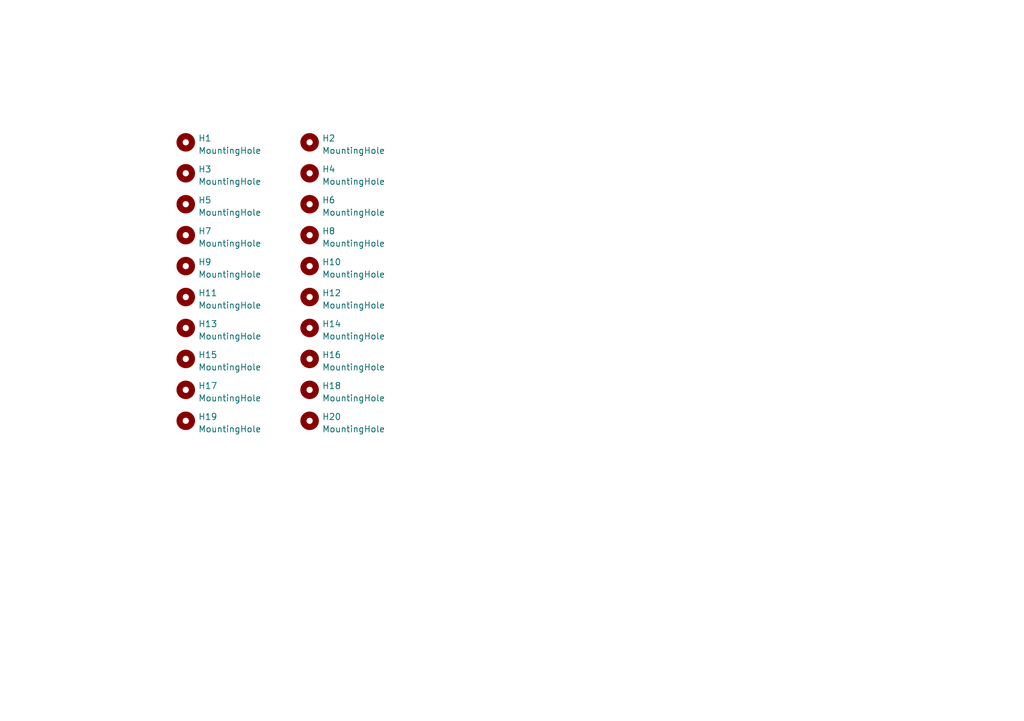
<source format=kicad_sch>
(kicad_sch (version 20230121) (generator eeschema)
  (paper "A5")
  (lib_symbols
    (symbol "Mechanical:MountingHole" (pin_names (offset 1.016))
      (property "Reference" "H" (at 0 5.08 0))
      (property "Value" "MountingHole" (at 0 3.175 0))
      (symbol "MountingHole_0_1"
        (circle (center 0 0) (radius 1.27) (stroke (width 1.27)))
      )
    )
  )
  (symbol (lib_id "Mechanical:MountingHole") (at 63.5 73.66 0) (unit 1)
    (property "Reference" "H16" (at 66.04 72.8253 0) (effects (justify left)))
    (property "Value" "MountingHole" (at 66.04 75.3622 0) (effects (justify left)))
    (property "Footprint" "cipulot_parts:HOLE_M2" (effects hide))
    (instances (project "the-nicholas-van" (path "" (reference "H16") (unit 1)) (path "" (reference "H16") (unit 1))) (project "travaulta" (path "" (reference "H16") (unit 1))) (project "pandemonium EC" (path "" (reference "H16") (unit 1))) (project "EC60" (path "" (reference "H1") (unit 1))) (project "forti EC" (path "" (reference "H16") (unit 1))))
  )
  (symbol (lib_id "Mechanical:MountingHole") (at 38.1 86.36 0) (unit 1)
    (property "Reference" "H19" (at 40.64 85.5253 0) (effects (justify left)))
    (property "Value" "MountingHole" (at 40.64 88.0622 0) (effects (justify left)))
    (property "Footprint" "cipulot_parts:HOLE_M2" (effects hide))
    (instances (project "the-nicholas-van" (path "" (reference "H19") (unit 1)) (path "" (reference "H19") (unit 1))) (project "travaulta" (path "" (reference "H5") (unit 1))) (project "pandemonium EC" (path "" (reference "H19") (unit 1))) (project "EC60" (path "" (reference "H1") (unit 1))) (project "forti EC" (path "" (reference "H19") (unit 1))))
  )
  (symbol (lib_id "Mechanical:MountingHole") (at 38.1 60.96 0) (unit 1)
    (property "Reference" "H11" (at 40.64 60.1253 0) (effects (justify left)))
    (property "Value" "MountingHole" (at 40.64 62.6622 0) (effects (justify left)))
    (property "Footprint" "cipulot_parts:HOLE_M2" (effects hide))
    (instances (project "the-nicholas-van" (path "" (reference "H11") (unit 1)) (path "" (reference "H11") (unit 1))) (project "travaulta" (path "" (reference "H6") (unit 1))) (project "pandemonium EC" (path "" (reference "H11") (unit 1))) (project "EC60" (path "" (reference "H1") (unit 1))) (project "forti EC" (path "" (reference "H11") (unit 1))))
  )
  (symbol (lib_id "Mechanical:MountingHole") (at 38.1 67.31 0) (unit 1)
    (property "Reference" "H13" (at 40.64 66.4753 0) (effects (justify left)))
    (property "Value" "MountingHole" (at 40.64 69.0122 0) (effects (justify left)))
    (property "Footprint" "cipulot_parts:HOLE_M2" (effects hide))
    (instances (project "the-nicholas-van" (path "" (reference "H13") (unit 1)) (path "" (reference "H13") (unit 1))) (project "travaulta" (path "" (reference "H7") (unit 1))) (project "pandemonium EC" (path "" (reference "H13") (unit 1))) (project "EC60" (path "" (reference "H1") (unit 1))) (project "forti EC" (path "" (reference "H13") (unit 1))))
  )
  (symbol (lib_id "Mechanical:MountingHole") (at 38.1 73.66 0) (unit 1)
    (property "Reference" "H15" (at 40.64 72.8253 0) (effects (justify left)))
    (property "Value" "MountingHole" (at 40.64 75.3622 0) (effects (justify left)))
    (property "Footprint" "cipulot_parts:HOLE_M2" (effects hide))
    (instances (project "the-nicholas-van" (path "" (reference "H15") (unit 1)) (path "" (reference "H15") (unit 1))) (project "travaulta" (path "" (reference "H8") (unit 1))) (project "pandemonium EC" (path "" (reference "H15") (unit 1))) (project "EC60" (path "" (reference "H1") (unit 1))) (project "forti EC" (path "" (reference "H15") (unit 1))))
  )
  (symbol (lib_id "Mechanical:MountingHole") (at 63.5 60.96 0) (unit 1)
    (property "Reference" "H12" (at 66.04 60.1253 0) (effects (justify left)))
    (property "Value" "MountingHole" (at 66.04 62.6622 0) (effects (justify left)))
    (property "Footprint" "cipulot_parts:HOLE_M2" (effects hide))
    (instances (project "the-nicholas-van" (path "" (reference "H12") (unit 1)) (path "" (reference "H12") (unit 1))) (project "travaulta" (path "" (reference "H14") (unit 1))) (project "pandemonium EC" (path "" (reference "H12") (unit 1))) (project "EC60" (path "" (reference "H1") (unit 1))) (project "forti EC" (path "" (reference "H12") (unit 1))))
  )
  (symbol (lib_id "Mechanical:MountingHole") (at 38.1 54.61 0) (unit 1)
    (property "Reference" "H9" (at 40.64 53.7753 0) (effects (justify left)))
    (property "Value" "MountingHole" (at 40.64 56.3122 0) (effects (justify left)))
    (property "Footprint" "cipulot_parts:HOLE_M2" (effects hide))
    (instances (project "the-nicholas-van" (path "" (reference "H9") (unit 1)) (path "" (reference "H9") (unit 1))) (project "travaulta" (path "" (reference "H5") (unit 1))) (project "pandemonium EC" (path "" (reference "H9") (unit 1))) (project "EC60" (path "" (reference "H1") (unit 1))) (project "forti EC" (path "" (reference "H9") (unit 1))))
  )
  (symbol (lib_id "Mechanical:MountingHole") (at 63.5 86.36 0) (unit 1)
    (property "Reference" "H20" (at 66.04 85.5253 0) (effects (justify left)))
    (property "Value" "MountingHole" (at 66.04 88.0622 0) (effects (justify left)))
    (property "Footprint" "cipulot_parts:HOLE_M2" (effects hide))
    (instances (project "the-nicholas-van" (path "" (reference "H20") (unit 1)) (path "" (reference "H20") (unit 1))) (project "travaulta" (path "" (reference "H13") (unit 1))) (project "pandemonium EC" (path "" (reference "H20") (unit 1))) (project "EC60" (path "" (reference "H1") (unit 1))) (project "forti EC" (path "" (reference "H20") (unit 1))))
  )
  (symbol (lib_id "Mechanical:MountingHole") (at 63.5 80.01 0) (unit 1)
    (property "Reference" "H18" (at 66.04 79.1753 0) (effects (justify left)))
    (property "Value" "MountingHole" (at 66.04 81.7122 0) (effects (justify left)))
    (property "Footprint" "cipulot_parts:HOLE_M2" (effects hide))
    (instances (project "the-nicholas-van" (path "" (reference "H18") (unit 1)) (path "" (reference "H18") (unit 1))) (project "travaulta" (path "" (reference "H17") (unit 1))) (project "pandemonium EC" (path "" (reference "H18") (unit 1))) (project "EC60" (path "" (reference "H1") (unit 1))) (project "forti EC" (path "" (reference "H18") (unit 1))))
  )
  (symbol (lib_id "Mechanical:MountingHole") (at 63.5 35.56 0) (unit 1)
    (property "Reference" "H4" (at 66.04 34.7253 0) (effects (justify left)))
    (property "Value" "MountingHole" (at 66.04 37.2622 0) (effects (justify left)))
    (property "Footprint" "cipulot_parts:HOLE_M2" (effects hide))
    (instances (project "the-nicholas-van" (path "" (reference "H4") (unit 1)) (path "" (reference "H4") (unit 1))) (project "travaulta" (path "" (reference "H10") (unit 1))) (project "pandemonium EC" (path "" (reference "H4") (unit 1))) (project "EC60" (path "" (reference "H1") (unit 1))) (project "forti EC" (path "" (reference "H4") (unit 1))))
  )
  (symbol (lib_id "Mechanical:MountingHole") (at 38.1 29.21 0) (unit 1)
    (property "Reference" "H1" (at 40.64 28.3753 0) (effects (justify left)))
    (property "Value" "MountingHole" (at 40.64 30.9122 0) (effects (justify left)))
    (property "Footprint" "cipulot_parts:HOLE_M2" (effects hide))
  )
  (symbol (lib_id "Mechanical:MountingHole") (at 63.5 54.61 0) (unit 1)
    (property "Reference" "H10" (at 66.04 53.7753 0) (effects (justify left)))
    (property "Value" "MountingHole" (at 66.04 56.3122 0) (effects (justify left)))
    (property "Footprint" "cipulot_parts:HOLE_M2" (effects hide))
    (instances (project "the-nicholas-van" (path "" (reference "H10") (unit 1)) (path "" (reference "H10") (unit 1))) (project "travaulta" (path "" (reference "H13") (unit 1))) (project "pandemonium EC" (path "" (reference "H10") (unit 1))) (project "EC60" (path "" (reference "H1") (unit 1))) (project "forti EC" (path "" (reference "H10") (unit 1))))
  )
  (symbol (lib_id "Mechanical:MountingHole") (at 63.5 67.31 0) (unit 1)
    (property "Reference" "H14" (at 66.04 66.4753 0) (effects (justify left)))
    (property "Value" "MountingHole" (at 66.04 69.0122 0) (effects (justify left)))
    (property "Footprint" "cipulot_parts:HOLE_M2" (effects hide))
    (instances (project "the-nicholas-van" (path "" (reference "H14") (unit 1)) (path "" (reference "H14") (unit 1))) (project "travaulta" (path "" (reference "H15") (unit 1))) (project "pandemonium EC" (path "" (reference "H14") (unit 1))) (project "EC60" (path "" (reference "H1") (unit 1))) (project "forti EC" (path "" (reference "H14") (unit 1))))
  )
  (symbol (lib_id "Mechanical:MountingHole") (at 63.5 29.21 0) (unit 1)
    (property "Reference" "H2" (at 66.04 28.3753 0) (effects (justify left)))
    (property "Value" "MountingHole" (at 66.04 30.9122 0) (effects (justify left)))
    (property "Footprint" "cipulot_parts:HOLE_M2" (effects hide))
    (instances (project "the-nicholas-van" (path "" (reference "H2") (unit 1)) (path "" (reference "H2") (unit 1))) (project "travaulta" (path "" (reference "H9") (unit 1))) (project "pandemonium EC" (path "" (reference "H2") (unit 1))) (project "EC60" (path "" (reference "H1") (unit 1))) (project "forti EC" (path "" (reference "H2") (unit 1))))
  )
  (symbol (lib_id "Mechanical:MountingHole") (at 38.1 80.01 0) (unit 1)
    (property "Reference" "H17" (at 40.64 79.1753 0) (effects (justify left)))
    (property "Value" "MountingHole" (at 40.64 81.7122 0) (effects (justify left)))
    (property "Footprint" "cipulot_parts:HOLE_M2" (effects hide))
    (instances (project "the-nicholas-van" (path "" (reference "H17") (unit 1)) (path "" (reference "H17") (unit 1))) (project "travaulta" (path "" (reference "H17") (unit 1))) (project "pandemonium EC" (path "" (reference "H17") (unit 1))) (project "EC60" (path "" (reference "H1") (unit 1))) (project "forti EC" (path "" (reference "H17") (unit 1))))
  )
  (symbol (lib_id "Mechanical:MountingHole") (at 38.1 35.56 0) (unit 1)
    (property "Reference" "H3" (at 40.64 34.7253 0) (effects (justify left)))
    (property "Value" "MountingHole" (at 40.64 37.2622 0) (effects (justify left)))
    (property "Footprint" "cipulot_parts:HOLE_M2" (effects hide))
    (instances (project "the-nicholas-van" (path "" (reference "H3") (unit 1)) (path "" (reference "H3") (unit 1))) (project "travaulta" (path "" (reference "H2") (unit 1))) (project "pandemonium EC" (path "" (reference "H3") (unit 1))) (project "EC60" (path "" (reference "H1") (unit 1))) (project "forti EC" (path "" (reference "H3") (unit 1))))
  )
  (symbol (lib_id "Mechanical:MountingHole") (at 63.5 41.91 0) (unit 1)
    (property "Reference" "H6" (at 66.04 41.0753 0) (effects (justify left)))
    (property "Value" "MountingHole" (at 66.04 43.6122 0) (effects (justify left)))
    (property "Footprint" "cipulot_parts:HOLE_M2" (effects hide))
    (instances (project "the-nicholas-van" (path "" (reference "H6") (unit 1)) (path "" (reference "H6") (unit 1))) (project "travaulta" (path "" (reference "H11") (unit 1))) (project "pandemonium EC" (path "" (reference "H6") (unit 1))) (project "EC60" (path "" (reference "H1") (unit 1))) (project "forti EC" (path "" (reference "H6") (unit 1))))
  )
  (symbol (lib_id "Mechanical:MountingHole") (at 63.5 48.26 0) (unit 1)
    (property "Reference" "H8" (at 66.04 47.4253 0) (effects (justify left)))
    (property "Value" "MountingHole" (at 66.04 49.9622 0) (effects (justify left)))
    (property "Footprint" "cipulot_parts:HOLE_M2" (effects hide))
    (instances (project "the-nicholas-van" (path "" (reference "H8") (unit 1)) (path "" (reference "H8") (unit 1))) (project "travaulta" (path "" (reference "H12") (unit 1))) (project "pandemonium EC" (path "" (reference "H8") (unit 1))) (project "EC60" (path "" (reference "H1") (unit 1))) (project "forti EC" (path "" (reference "H8") (unit 1))))
  )
  (symbol (lib_id "Mechanical:MountingHole") (at 38.1 41.91 0) (unit 1)
    (property "Reference" "H5" (at 40.64 41.0753 0) (effects (justify left)))
    (property "Value" "MountingHole" (at 40.64 43.6122 0) (effects (justify left)))
    (property "Footprint" "cipulot_parts:HOLE_M2" (effects hide))
    (instances (project "the-nicholas-van" (path "" (reference "H5") (unit 1)) (path "" (reference "H5") (unit 1))) (project "travaulta" (path "" (reference "H3") (unit 1))) (project "pandemonium EC" (path "" (reference "H5") (unit 1))) (project "EC60" (path "" (reference "H1") (unit 1))) (project "forti EC" (path "" (reference "H5") (unit 1))))
  )
  (symbol (lib_id "Mechanical:MountingHole") (at 38.1 48.26 0) (unit 1)
    (property "Reference" "H7" (at 40.64 47.4253 0) (effects (justify left)))
    (property "Value" "MountingHole" (at 40.64 49.9622 0) (effects (justify left)))
    (property "Footprint" "cipulot_parts:HOLE_M2" (effects hide))
    (instances (project "the-nicholas-van" (path "" (reference "H7") (unit 1)) (path "" (reference "H7") (unit 1))) (project "travaulta" (path "" (reference "H4") (unit 1))) (project "pandemonium EC" (path "" (reference "H7") (unit 1))) (project "EC60" (path "" (reference "H1") (unit 1))) (project "forti EC" (path "" (reference "H7") (unit 1))))
  )
)
</source>
